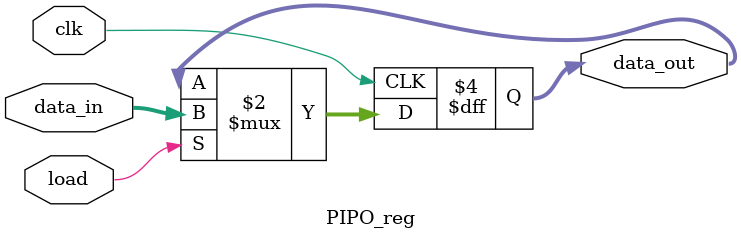
<source format=v>

module PIPO_reg(
    data_out,
    data_in,
    clk,
    load
);

parameter N = 8;

input [N-1:0] data_in;
input clk, load;

output reg [N-1:0] data_out;

always @(negedge clk)
begin
    if(load)
        data_out <= data_in;
end

endmodule
</source>
